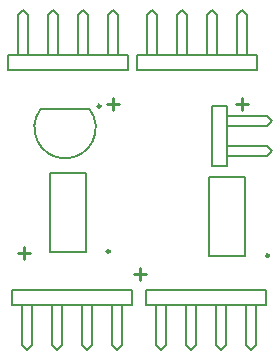
<source format=gto>
G04 Layer_Color=65535*
%FSLAX25Y25*%
%MOIN*%
G70*
G01*
G75*
%ADD14C,0.01000*%
%ADD19C,0.00787*%
%ADD20C,0.00984*%
D14*
X419000Y124499D02*
X422999D01*
X420999Y126498D02*
Y122500D01*
X410000Y180999D02*
X413999D01*
X411999Y182998D02*
Y179000D01*
X380500Y131499D02*
X384499D01*
X382499Y133498D02*
Y129500D01*
X453000Y180999D02*
X456999D01*
X454999Y182998D02*
Y179000D01*
D19*
X388000Y179500D02*
G03*
X404133Y179500I8066J-6302D01*
G01*
X388000D02*
X404133D01*
X390898Y158189D02*
X403102D01*
X390898Y131811D02*
X403102D01*
X390898D02*
Y158189D01*
X403102Y131811D02*
Y158189D01*
X443898Y156689D02*
X456102D01*
X443898Y130311D02*
X456102D01*
X443898D02*
Y156689D01*
X456102Y130311D02*
Y156689D01*
X450000Y177167D02*
X463333D01*
X465000Y175500D01*
X463333Y173833D02*
X465000Y175500D01*
X450000Y173833D02*
X463333D01*
X450000Y167167D02*
X463333D01*
X463333Y167167D02*
X465000Y165500D01*
X463333Y163833D02*
X465000Y165500D01*
X450000Y163833D02*
X463333D01*
X445000Y160500D02*
Y180500D01*
Y160500D02*
X450000D01*
X445000Y180500D02*
X450000D01*
Y160500D02*
Y180500D01*
X423000Y119000D02*
X463000D01*
X459667Y100667D02*
Y114000D01*
X458000Y99000D02*
X459667Y100667D01*
X456333D02*
X458000Y99000D01*
X456333Y100667D02*
Y114000D01*
X449667Y100667D02*
Y114000D01*
X448000Y99000D02*
X449667Y100667D01*
X446333D02*
X448000Y99000D01*
X446333Y100667D02*
Y114000D01*
X439667Y100667D02*
Y114000D01*
X438000Y99000D02*
X439667Y100667D01*
X436333D02*
X438000Y99000D01*
X436333Y100667D02*
Y114000D01*
X429667Y100667D02*
Y114000D01*
X428000Y99000D02*
X429667Y100667D01*
X426333D02*
X428000Y99000D01*
X426333Y100667D02*
Y114000D01*
X423000D02*
Y119000D01*
X463000Y114000D02*
Y119000D01*
X423000Y114000D02*
X463000D01*
X377000Y192500D02*
X417000D01*
X380333Y197500D02*
Y210833D01*
X382000Y212500D01*
X383667Y210833D01*
Y197500D02*
Y210833D01*
X390333Y197500D02*
Y210833D01*
X392000Y212500D01*
X393667Y210833D01*
Y197500D02*
Y210833D01*
X400333Y197500D02*
Y210833D01*
X402000Y212500D01*
X403667Y210833D01*
Y197500D02*
Y210833D01*
X410333Y197500D02*
Y210833D01*
X412000Y212500D01*
X413667Y210833D01*
Y197500D02*
Y210833D01*
X417000Y192500D02*
Y197500D01*
X377000Y192500D02*
Y197500D01*
X417000D01*
X378500Y119000D02*
X418500D01*
X415167Y100667D02*
Y114000D01*
X413500Y99000D02*
X415167Y100667D01*
X411833D02*
X413500Y99000D01*
X411833Y100667D02*
Y114000D01*
X405167Y100667D02*
Y114000D01*
X403500Y99000D02*
X405167Y100667D01*
X401833D02*
X403500Y99000D01*
X401833Y100667D02*
Y114000D01*
X395167Y100667D02*
Y114000D01*
X393500Y99000D02*
X395167Y100667D01*
X391833D02*
X393500Y99000D01*
X391833Y100667D02*
Y114000D01*
X385167Y100667D02*
Y114000D01*
X383500Y99000D02*
X385167Y100667D01*
X381833D02*
X383500Y99000D01*
X381833Y100667D02*
Y114000D01*
X378500D02*
Y119000D01*
X418500Y114000D02*
Y119000D01*
X378500Y114000D02*
X418500D01*
X420000Y192500D02*
X460000D01*
X423333Y197500D02*
Y210833D01*
X425000Y212500D01*
X426667Y210833D01*
Y197500D02*
Y210833D01*
X433333Y197500D02*
Y210833D01*
X435000Y212500D01*
X436667Y210833D01*
Y197500D02*
Y210833D01*
X443333Y197500D02*
Y210833D01*
X445000Y212500D01*
X446667Y210833D01*
Y197500D02*
Y210833D01*
X453333Y197500D02*
Y210833D01*
X455000Y212500D01*
X456667Y210833D01*
Y197500D02*
Y210833D01*
X460000Y192500D02*
Y197500D01*
X420000Y192500D02*
Y197500D01*
X460000D01*
D20*
X407909Y180327D02*
G03*
X407909Y180327I-492J0D01*
G01*
X410976Y132008D02*
G03*
X410976Y132008I-492J0D01*
G01*
X463976Y130508D02*
G03*
X463976Y130508I-492J0D01*
G01*
M02*

</source>
